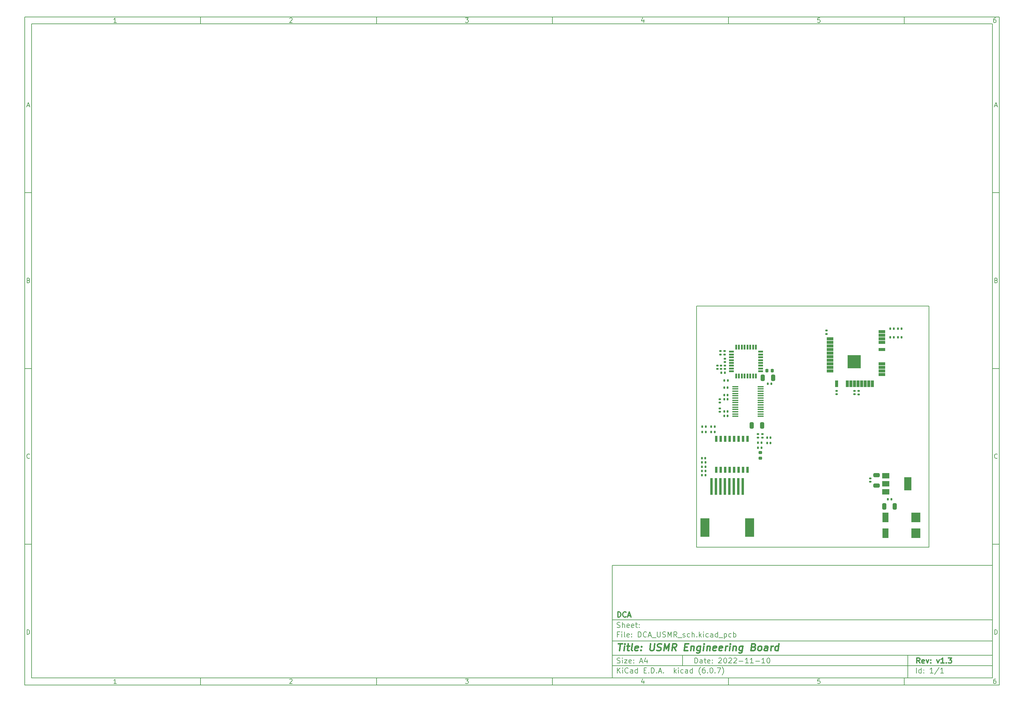
<source format=gbr>
%TF.GenerationSoftware,KiCad,Pcbnew,(6.0.7)*%
%TF.CreationDate,2022-11-15T16:12:34-05:00*%
%TF.ProjectId,DCA_USMR_sch,4443415f-5553-44d5-925f-7363682e6b69,v1.3*%
%TF.SameCoordinates,Original*%
%TF.FileFunction,Paste,Top*%
%TF.FilePolarity,Positive*%
%FSLAX46Y46*%
G04 Gerber Fmt 4.6, Leading zero omitted, Abs format (unit mm)*
G04 Created by KiCad (PCBNEW (6.0.7)) date 2022-11-15 16:12:34*
%MOMM*%
%LPD*%
G01*
G04 APERTURE LIST*
G04 Aperture macros list*
%AMRoundRect*
0 Rectangle with rounded corners*
0 $1 Rounding radius*
0 $2 $3 $4 $5 $6 $7 $8 $9 X,Y pos of 4 corners*
0 Add a 4 corners polygon primitive as box body*
4,1,4,$2,$3,$4,$5,$6,$7,$8,$9,$2,$3,0*
0 Add four circle primitives for the rounded corners*
1,1,$1+$1,$2,$3*
1,1,$1+$1,$4,$5*
1,1,$1+$1,$6,$7*
1,1,$1+$1,$8,$9*
0 Add four rect primitives between the rounded corners*
20,1,$1+$1,$2,$3,$4,$5,0*
20,1,$1+$1,$4,$5,$6,$7,0*
20,1,$1+$1,$6,$7,$8,$9,0*
20,1,$1+$1,$8,$9,$2,$3,0*%
G04 Aperture macros list end*
%ADD10C,0.100000*%
%ADD11C,0.150000*%
%ADD12C,0.300000*%
%ADD13C,0.400000*%
%TA.AperFunction,Profile*%
%ADD14C,0.200000*%
%TD*%
%ADD15R,1.905000X0.812800*%
%ADD16R,0.812800X1.905000*%
%ADD17R,3.708400X3.708400*%
%ADD18R,0.507200X1.461999*%
%ADD19R,1.461999X0.507200*%
%ADD20R,0.635000X4.749800*%
%ADD21R,2.540000X5.207000*%
%ADD22RoundRect,0.140000X-0.170000X0.140000X-0.170000X-0.140000X0.170000X-0.140000X0.170000X0.140000X0*%
%ADD23RoundRect,0.140000X-0.140000X-0.170000X0.140000X-0.170000X0.140000X0.170000X-0.140000X0.170000X0*%
%ADD24RoundRect,0.140000X0.140000X0.170000X-0.140000X0.170000X-0.140000X-0.170000X0.140000X-0.170000X0*%
%ADD25R,0.760000X1.700000*%
%ADD26RoundRect,0.147500X0.147500X0.172500X-0.147500X0.172500X-0.147500X-0.172500X0.147500X-0.172500X0*%
%ADD27RoundRect,0.250000X0.325000X0.650000X-0.325000X0.650000X-0.325000X-0.650000X0.325000X-0.650000X0*%
%ADD28RoundRect,0.147500X-0.147500X-0.172500X0.147500X-0.172500X0.147500X0.172500X-0.147500X0.172500X0*%
%ADD29RoundRect,0.135000X0.135000X0.185000X-0.135000X0.185000X-0.135000X-0.185000X0.135000X-0.185000X0*%
%ADD30RoundRect,0.135000X-0.185000X0.135000X-0.185000X-0.135000X0.185000X-0.135000X0.185000X0.135000X0*%
%ADD31RoundRect,0.140000X0.170000X-0.140000X0.170000X0.140000X-0.170000X0.140000X-0.170000X-0.140000X0*%
%ADD32R,2.600000X2.800000*%
%ADD33R,1.700000X2.800000*%
%ADD34R,2.000000X1.500000*%
%ADD35R,2.000000X3.800000*%
%ADD36RoundRect,0.250000X0.650000X-0.325000X0.650000X0.325000X-0.650000X0.325000X-0.650000X-0.325000X0*%
%ADD37RoundRect,0.135000X-0.135000X-0.185000X0.135000X-0.185000X0.135000X0.185000X-0.135000X0.185000X0*%
%ADD38RoundRect,0.250000X-0.325000X-0.650000X0.325000X-0.650000X0.325000X0.650000X-0.325000X0.650000X0*%
%ADD39R,1.750000X0.450000*%
%ADD40RoundRect,0.218750X-0.256250X0.218750X-0.256250X-0.218750X0.256250X-0.218750X0.256250X0.218750X0*%
%ADD41RoundRect,0.135000X0.185000X-0.135000X0.185000X0.135000X-0.185000X0.135000X-0.185000X-0.135000X0*%
%ADD42RoundRect,0.218750X0.218750X0.256250X-0.218750X0.256250X-0.218750X-0.256250X0.218750X-0.256250X0*%
G04 APERTURE END LIST*
D10*
D11*
X177002200Y-166007200D02*
X177002200Y-198007200D01*
X285002200Y-198007200D01*
X285002200Y-166007200D01*
X177002200Y-166007200D01*
D10*
D11*
X10000000Y-10000000D02*
X10000000Y-200007200D01*
X287002200Y-200007200D01*
X287002200Y-10000000D01*
X10000000Y-10000000D01*
D10*
D11*
X12000000Y-12000000D02*
X12000000Y-198007200D01*
X285002200Y-198007200D01*
X285002200Y-12000000D01*
X12000000Y-12000000D01*
D10*
D11*
X60000000Y-12000000D02*
X60000000Y-10000000D01*
D10*
D11*
X110000000Y-12000000D02*
X110000000Y-10000000D01*
D10*
D11*
X160000000Y-12000000D02*
X160000000Y-10000000D01*
D10*
D11*
X210000000Y-12000000D02*
X210000000Y-10000000D01*
D10*
D11*
X260000000Y-12000000D02*
X260000000Y-10000000D01*
D10*
D11*
X36065476Y-11588095D02*
X35322619Y-11588095D01*
X35694047Y-11588095D02*
X35694047Y-10288095D01*
X35570238Y-10473809D01*
X35446428Y-10597619D01*
X35322619Y-10659523D01*
D10*
D11*
X85322619Y-10411904D02*
X85384523Y-10350000D01*
X85508333Y-10288095D01*
X85817857Y-10288095D01*
X85941666Y-10350000D01*
X86003571Y-10411904D01*
X86065476Y-10535714D01*
X86065476Y-10659523D01*
X86003571Y-10845238D01*
X85260714Y-11588095D01*
X86065476Y-11588095D01*
D10*
D11*
X135260714Y-10288095D02*
X136065476Y-10288095D01*
X135632142Y-10783333D01*
X135817857Y-10783333D01*
X135941666Y-10845238D01*
X136003571Y-10907142D01*
X136065476Y-11030952D01*
X136065476Y-11340476D01*
X136003571Y-11464285D01*
X135941666Y-11526190D01*
X135817857Y-11588095D01*
X135446428Y-11588095D01*
X135322619Y-11526190D01*
X135260714Y-11464285D01*
D10*
D11*
X185941666Y-10721428D02*
X185941666Y-11588095D01*
X185632142Y-10226190D02*
X185322619Y-11154761D01*
X186127380Y-11154761D01*
D10*
D11*
X236003571Y-10288095D02*
X235384523Y-10288095D01*
X235322619Y-10907142D01*
X235384523Y-10845238D01*
X235508333Y-10783333D01*
X235817857Y-10783333D01*
X235941666Y-10845238D01*
X236003571Y-10907142D01*
X236065476Y-11030952D01*
X236065476Y-11340476D01*
X236003571Y-11464285D01*
X235941666Y-11526190D01*
X235817857Y-11588095D01*
X235508333Y-11588095D01*
X235384523Y-11526190D01*
X235322619Y-11464285D01*
D10*
D11*
X285941666Y-10288095D02*
X285694047Y-10288095D01*
X285570238Y-10350000D01*
X285508333Y-10411904D01*
X285384523Y-10597619D01*
X285322619Y-10845238D01*
X285322619Y-11340476D01*
X285384523Y-11464285D01*
X285446428Y-11526190D01*
X285570238Y-11588095D01*
X285817857Y-11588095D01*
X285941666Y-11526190D01*
X286003571Y-11464285D01*
X286065476Y-11340476D01*
X286065476Y-11030952D01*
X286003571Y-10907142D01*
X285941666Y-10845238D01*
X285817857Y-10783333D01*
X285570238Y-10783333D01*
X285446428Y-10845238D01*
X285384523Y-10907142D01*
X285322619Y-11030952D01*
D10*
D11*
X60000000Y-198007200D02*
X60000000Y-200007200D01*
D10*
D11*
X110000000Y-198007200D02*
X110000000Y-200007200D01*
D10*
D11*
X160000000Y-198007200D02*
X160000000Y-200007200D01*
D10*
D11*
X210000000Y-198007200D02*
X210000000Y-200007200D01*
D10*
D11*
X260000000Y-198007200D02*
X260000000Y-200007200D01*
D10*
D11*
X36065476Y-199595295D02*
X35322619Y-199595295D01*
X35694047Y-199595295D02*
X35694047Y-198295295D01*
X35570238Y-198481009D01*
X35446428Y-198604819D01*
X35322619Y-198666723D01*
D10*
D11*
X85322619Y-198419104D02*
X85384523Y-198357200D01*
X85508333Y-198295295D01*
X85817857Y-198295295D01*
X85941666Y-198357200D01*
X86003571Y-198419104D01*
X86065476Y-198542914D01*
X86065476Y-198666723D01*
X86003571Y-198852438D01*
X85260714Y-199595295D01*
X86065476Y-199595295D01*
D10*
D11*
X135260714Y-198295295D02*
X136065476Y-198295295D01*
X135632142Y-198790533D01*
X135817857Y-198790533D01*
X135941666Y-198852438D01*
X136003571Y-198914342D01*
X136065476Y-199038152D01*
X136065476Y-199347676D01*
X136003571Y-199471485D01*
X135941666Y-199533390D01*
X135817857Y-199595295D01*
X135446428Y-199595295D01*
X135322619Y-199533390D01*
X135260714Y-199471485D01*
D10*
D11*
X185941666Y-198728628D02*
X185941666Y-199595295D01*
X185632142Y-198233390D02*
X185322619Y-199161961D01*
X186127380Y-199161961D01*
D10*
D11*
X236003571Y-198295295D02*
X235384523Y-198295295D01*
X235322619Y-198914342D01*
X235384523Y-198852438D01*
X235508333Y-198790533D01*
X235817857Y-198790533D01*
X235941666Y-198852438D01*
X236003571Y-198914342D01*
X236065476Y-199038152D01*
X236065476Y-199347676D01*
X236003571Y-199471485D01*
X235941666Y-199533390D01*
X235817857Y-199595295D01*
X235508333Y-199595295D01*
X235384523Y-199533390D01*
X235322619Y-199471485D01*
D10*
D11*
X285941666Y-198295295D02*
X285694047Y-198295295D01*
X285570238Y-198357200D01*
X285508333Y-198419104D01*
X285384523Y-198604819D01*
X285322619Y-198852438D01*
X285322619Y-199347676D01*
X285384523Y-199471485D01*
X285446428Y-199533390D01*
X285570238Y-199595295D01*
X285817857Y-199595295D01*
X285941666Y-199533390D01*
X286003571Y-199471485D01*
X286065476Y-199347676D01*
X286065476Y-199038152D01*
X286003571Y-198914342D01*
X285941666Y-198852438D01*
X285817857Y-198790533D01*
X285570238Y-198790533D01*
X285446428Y-198852438D01*
X285384523Y-198914342D01*
X285322619Y-199038152D01*
D10*
D11*
X10000000Y-60000000D02*
X12000000Y-60000000D01*
D10*
D11*
X10000000Y-110000000D02*
X12000000Y-110000000D01*
D10*
D11*
X10000000Y-160000000D02*
X12000000Y-160000000D01*
D10*
D11*
X10690476Y-35216666D02*
X11309523Y-35216666D01*
X10566666Y-35588095D02*
X11000000Y-34288095D01*
X11433333Y-35588095D01*
D10*
D11*
X11092857Y-84907142D02*
X11278571Y-84969047D01*
X11340476Y-85030952D01*
X11402380Y-85154761D01*
X11402380Y-85340476D01*
X11340476Y-85464285D01*
X11278571Y-85526190D01*
X11154761Y-85588095D01*
X10659523Y-85588095D01*
X10659523Y-84288095D01*
X11092857Y-84288095D01*
X11216666Y-84350000D01*
X11278571Y-84411904D01*
X11340476Y-84535714D01*
X11340476Y-84659523D01*
X11278571Y-84783333D01*
X11216666Y-84845238D01*
X11092857Y-84907142D01*
X10659523Y-84907142D01*
D10*
D11*
X11402380Y-135464285D02*
X11340476Y-135526190D01*
X11154761Y-135588095D01*
X11030952Y-135588095D01*
X10845238Y-135526190D01*
X10721428Y-135402380D01*
X10659523Y-135278571D01*
X10597619Y-135030952D01*
X10597619Y-134845238D01*
X10659523Y-134597619D01*
X10721428Y-134473809D01*
X10845238Y-134350000D01*
X11030952Y-134288095D01*
X11154761Y-134288095D01*
X11340476Y-134350000D01*
X11402380Y-134411904D01*
D10*
D11*
X10659523Y-185588095D02*
X10659523Y-184288095D01*
X10969047Y-184288095D01*
X11154761Y-184350000D01*
X11278571Y-184473809D01*
X11340476Y-184597619D01*
X11402380Y-184845238D01*
X11402380Y-185030952D01*
X11340476Y-185278571D01*
X11278571Y-185402380D01*
X11154761Y-185526190D01*
X10969047Y-185588095D01*
X10659523Y-185588095D01*
D10*
D11*
X287002200Y-60000000D02*
X285002200Y-60000000D01*
D10*
D11*
X287002200Y-110000000D02*
X285002200Y-110000000D01*
D10*
D11*
X287002200Y-160000000D02*
X285002200Y-160000000D01*
D10*
D11*
X285692676Y-35216666D02*
X286311723Y-35216666D01*
X285568866Y-35588095D02*
X286002200Y-34288095D01*
X286435533Y-35588095D01*
D10*
D11*
X286095057Y-84907142D02*
X286280771Y-84969047D01*
X286342676Y-85030952D01*
X286404580Y-85154761D01*
X286404580Y-85340476D01*
X286342676Y-85464285D01*
X286280771Y-85526190D01*
X286156961Y-85588095D01*
X285661723Y-85588095D01*
X285661723Y-84288095D01*
X286095057Y-84288095D01*
X286218866Y-84350000D01*
X286280771Y-84411904D01*
X286342676Y-84535714D01*
X286342676Y-84659523D01*
X286280771Y-84783333D01*
X286218866Y-84845238D01*
X286095057Y-84907142D01*
X285661723Y-84907142D01*
D10*
D11*
X286404580Y-135464285D02*
X286342676Y-135526190D01*
X286156961Y-135588095D01*
X286033152Y-135588095D01*
X285847438Y-135526190D01*
X285723628Y-135402380D01*
X285661723Y-135278571D01*
X285599819Y-135030952D01*
X285599819Y-134845238D01*
X285661723Y-134597619D01*
X285723628Y-134473809D01*
X285847438Y-134350000D01*
X286033152Y-134288095D01*
X286156961Y-134288095D01*
X286342676Y-134350000D01*
X286404580Y-134411904D01*
D10*
D11*
X285661723Y-185588095D02*
X285661723Y-184288095D01*
X285971247Y-184288095D01*
X286156961Y-184350000D01*
X286280771Y-184473809D01*
X286342676Y-184597619D01*
X286404580Y-184845238D01*
X286404580Y-185030952D01*
X286342676Y-185278571D01*
X286280771Y-185402380D01*
X286156961Y-185526190D01*
X285971247Y-185588095D01*
X285661723Y-185588095D01*
D10*
D11*
X200434342Y-193785771D02*
X200434342Y-192285771D01*
X200791485Y-192285771D01*
X201005771Y-192357200D01*
X201148628Y-192500057D01*
X201220057Y-192642914D01*
X201291485Y-192928628D01*
X201291485Y-193142914D01*
X201220057Y-193428628D01*
X201148628Y-193571485D01*
X201005771Y-193714342D01*
X200791485Y-193785771D01*
X200434342Y-193785771D01*
X202577200Y-193785771D02*
X202577200Y-193000057D01*
X202505771Y-192857200D01*
X202362914Y-192785771D01*
X202077200Y-192785771D01*
X201934342Y-192857200D01*
X202577200Y-193714342D02*
X202434342Y-193785771D01*
X202077200Y-193785771D01*
X201934342Y-193714342D01*
X201862914Y-193571485D01*
X201862914Y-193428628D01*
X201934342Y-193285771D01*
X202077200Y-193214342D01*
X202434342Y-193214342D01*
X202577200Y-193142914D01*
X203077200Y-192785771D02*
X203648628Y-192785771D01*
X203291485Y-192285771D02*
X203291485Y-193571485D01*
X203362914Y-193714342D01*
X203505771Y-193785771D01*
X203648628Y-193785771D01*
X204720057Y-193714342D02*
X204577200Y-193785771D01*
X204291485Y-193785771D01*
X204148628Y-193714342D01*
X204077200Y-193571485D01*
X204077200Y-193000057D01*
X204148628Y-192857200D01*
X204291485Y-192785771D01*
X204577200Y-192785771D01*
X204720057Y-192857200D01*
X204791485Y-193000057D01*
X204791485Y-193142914D01*
X204077200Y-193285771D01*
X205434342Y-193642914D02*
X205505771Y-193714342D01*
X205434342Y-193785771D01*
X205362914Y-193714342D01*
X205434342Y-193642914D01*
X205434342Y-193785771D01*
X205434342Y-192857200D02*
X205505771Y-192928628D01*
X205434342Y-193000057D01*
X205362914Y-192928628D01*
X205434342Y-192857200D01*
X205434342Y-193000057D01*
X207220057Y-192428628D02*
X207291485Y-192357200D01*
X207434342Y-192285771D01*
X207791485Y-192285771D01*
X207934342Y-192357200D01*
X208005771Y-192428628D01*
X208077200Y-192571485D01*
X208077200Y-192714342D01*
X208005771Y-192928628D01*
X207148628Y-193785771D01*
X208077200Y-193785771D01*
X209005771Y-192285771D02*
X209148628Y-192285771D01*
X209291485Y-192357200D01*
X209362914Y-192428628D01*
X209434342Y-192571485D01*
X209505771Y-192857200D01*
X209505771Y-193214342D01*
X209434342Y-193500057D01*
X209362914Y-193642914D01*
X209291485Y-193714342D01*
X209148628Y-193785771D01*
X209005771Y-193785771D01*
X208862914Y-193714342D01*
X208791485Y-193642914D01*
X208720057Y-193500057D01*
X208648628Y-193214342D01*
X208648628Y-192857200D01*
X208720057Y-192571485D01*
X208791485Y-192428628D01*
X208862914Y-192357200D01*
X209005771Y-192285771D01*
X210077200Y-192428628D02*
X210148628Y-192357200D01*
X210291485Y-192285771D01*
X210648628Y-192285771D01*
X210791485Y-192357200D01*
X210862914Y-192428628D01*
X210934342Y-192571485D01*
X210934342Y-192714342D01*
X210862914Y-192928628D01*
X210005771Y-193785771D01*
X210934342Y-193785771D01*
X211505771Y-192428628D02*
X211577200Y-192357200D01*
X211720057Y-192285771D01*
X212077200Y-192285771D01*
X212220057Y-192357200D01*
X212291485Y-192428628D01*
X212362914Y-192571485D01*
X212362914Y-192714342D01*
X212291485Y-192928628D01*
X211434342Y-193785771D01*
X212362914Y-193785771D01*
X213005771Y-193214342D02*
X214148628Y-193214342D01*
X215648628Y-193785771D02*
X214791485Y-193785771D01*
X215220057Y-193785771D02*
X215220057Y-192285771D01*
X215077200Y-192500057D01*
X214934342Y-192642914D01*
X214791485Y-192714342D01*
X217077200Y-193785771D02*
X216220057Y-193785771D01*
X216648628Y-193785771D02*
X216648628Y-192285771D01*
X216505771Y-192500057D01*
X216362914Y-192642914D01*
X216220057Y-192714342D01*
X217720057Y-193214342D02*
X218862914Y-193214342D01*
X220362914Y-193785771D02*
X219505771Y-193785771D01*
X219934342Y-193785771D02*
X219934342Y-192285771D01*
X219791485Y-192500057D01*
X219648628Y-192642914D01*
X219505771Y-192714342D01*
X221291485Y-192285771D02*
X221434342Y-192285771D01*
X221577200Y-192357200D01*
X221648628Y-192428628D01*
X221720057Y-192571485D01*
X221791485Y-192857200D01*
X221791485Y-193214342D01*
X221720057Y-193500057D01*
X221648628Y-193642914D01*
X221577200Y-193714342D01*
X221434342Y-193785771D01*
X221291485Y-193785771D01*
X221148628Y-193714342D01*
X221077200Y-193642914D01*
X221005771Y-193500057D01*
X220934342Y-193214342D01*
X220934342Y-192857200D01*
X221005771Y-192571485D01*
X221077200Y-192428628D01*
X221148628Y-192357200D01*
X221291485Y-192285771D01*
D10*
D11*
X177002200Y-194507200D02*
X285002200Y-194507200D01*
D10*
D11*
X178434342Y-196585771D02*
X178434342Y-195085771D01*
X179291485Y-196585771D02*
X178648628Y-195728628D01*
X179291485Y-195085771D02*
X178434342Y-195942914D01*
X179934342Y-196585771D02*
X179934342Y-195585771D01*
X179934342Y-195085771D02*
X179862914Y-195157200D01*
X179934342Y-195228628D01*
X180005771Y-195157200D01*
X179934342Y-195085771D01*
X179934342Y-195228628D01*
X181505771Y-196442914D02*
X181434342Y-196514342D01*
X181220057Y-196585771D01*
X181077200Y-196585771D01*
X180862914Y-196514342D01*
X180720057Y-196371485D01*
X180648628Y-196228628D01*
X180577200Y-195942914D01*
X180577200Y-195728628D01*
X180648628Y-195442914D01*
X180720057Y-195300057D01*
X180862914Y-195157200D01*
X181077200Y-195085771D01*
X181220057Y-195085771D01*
X181434342Y-195157200D01*
X181505771Y-195228628D01*
X182791485Y-196585771D02*
X182791485Y-195800057D01*
X182720057Y-195657200D01*
X182577200Y-195585771D01*
X182291485Y-195585771D01*
X182148628Y-195657200D01*
X182791485Y-196514342D02*
X182648628Y-196585771D01*
X182291485Y-196585771D01*
X182148628Y-196514342D01*
X182077200Y-196371485D01*
X182077200Y-196228628D01*
X182148628Y-196085771D01*
X182291485Y-196014342D01*
X182648628Y-196014342D01*
X182791485Y-195942914D01*
X184148628Y-196585771D02*
X184148628Y-195085771D01*
X184148628Y-196514342D02*
X184005771Y-196585771D01*
X183720057Y-196585771D01*
X183577200Y-196514342D01*
X183505771Y-196442914D01*
X183434342Y-196300057D01*
X183434342Y-195871485D01*
X183505771Y-195728628D01*
X183577200Y-195657200D01*
X183720057Y-195585771D01*
X184005771Y-195585771D01*
X184148628Y-195657200D01*
X186005771Y-195800057D02*
X186505771Y-195800057D01*
X186720057Y-196585771D02*
X186005771Y-196585771D01*
X186005771Y-195085771D01*
X186720057Y-195085771D01*
X187362914Y-196442914D02*
X187434342Y-196514342D01*
X187362914Y-196585771D01*
X187291485Y-196514342D01*
X187362914Y-196442914D01*
X187362914Y-196585771D01*
X188077200Y-196585771D02*
X188077200Y-195085771D01*
X188434342Y-195085771D01*
X188648628Y-195157200D01*
X188791485Y-195300057D01*
X188862914Y-195442914D01*
X188934342Y-195728628D01*
X188934342Y-195942914D01*
X188862914Y-196228628D01*
X188791485Y-196371485D01*
X188648628Y-196514342D01*
X188434342Y-196585771D01*
X188077200Y-196585771D01*
X189577200Y-196442914D02*
X189648628Y-196514342D01*
X189577200Y-196585771D01*
X189505771Y-196514342D01*
X189577200Y-196442914D01*
X189577200Y-196585771D01*
X190220057Y-196157200D02*
X190934342Y-196157200D01*
X190077200Y-196585771D02*
X190577200Y-195085771D01*
X191077200Y-196585771D01*
X191577200Y-196442914D02*
X191648628Y-196514342D01*
X191577200Y-196585771D01*
X191505771Y-196514342D01*
X191577200Y-196442914D01*
X191577200Y-196585771D01*
X194577200Y-196585771D02*
X194577200Y-195085771D01*
X194720057Y-196014342D02*
X195148628Y-196585771D01*
X195148628Y-195585771D02*
X194577200Y-196157200D01*
X195791485Y-196585771D02*
X195791485Y-195585771D01*
X195791485Y-195085771D02*
X195720057Y-195157200D01*
X195791485Y-195228628D01*
X195862914Y-195157200D01*
X195791485Y-195085771D01*
X195791485Y-195228628D01*
X197148628Y-196514342D02*
X197005771Y-196585771D01*
X196720057Y-196585771D01*
X196577200Y-196514342D01*
X196505771Y-196442914D01*
X196434342Y-196300057D01*
X196434342Y-195871485D01*
X196505771Y-195728628D01*
X196577200Y-195657200D01*
X196720057Y-195585771D01*
X197005771Y-195585771D01*
X197148628Y-195657200D01*
X198434342Y-196585771D02*
X198434342Y-195800057D01*
X198362914Y-195657200D01*
X198220057Y-195585771D01*
X197934342Y-195585771D01*
X197791485Y-195657200D01*
X198434342Y-196514342D02*
X198291485Y-196585771D01*
X197934342Y-196585771D01*
X197791485Y-196514342D01*
X197720057Y-196371485D01*
X197720057Y-196228628D01*
X197791485Y-196085771D01*
X197934342Y-196014342D01*
X198291485Y-196014342D01*
X198434342Y-195942914D01*
X199791485Y-196585771D02*
X199791485Y-195085771D01*
X199791485Y-196514342D02*
X199648628Y-196585771D01*
X199362914Y-196585771D01*
X199220057Y-196514342D01*
X199148628Y-196442914D01*
X199077200Y-196300057D01*
X199077200Y-195871485D01*
X199148628Y-195728628D01*
X199220057Y-195657200D01*
X199362914Y-195585771D01*
X199648628Y-195585771D01*
X199791485Y-195657200D01*
X202077200Y-197157200D02*
X202005771Y-197085771D01*
X201862914Y-196871485D01*
X201791485Y-196728628D01*
X201720057Y-196514342D01*
X201648628Y-196157200D01*
X201648628Y-195871485D01*
X201720057Y-195514342D01*
X201791485Y-195300057D01*
X201862914Y-195157200D01*
X202005771Y-194942914D01*
X202077200Y-194871485D01*
X203291485Y-195085771D02*
X203005771Y-195085771D01*
X202862914Y-195157200D01*
X202791485Y-195228628D01*
X202648628Y-195442914D01*
X202577200Y-195728628D01*
X202577200Y-196300057D01*
X202648628Y-196442914D01*
X202720057Y-196514342D01*
X202862914Y-196585771D01*
X203148628Y-196585771D01*
X203291485Y-196514342D01*
X203362914Y-196442914D01*
X203434342Y-196300057D01*
X203434342Y-195942914D01*
X203362914Y-195800057D01*
X203291485Y-195728628D01*
X203148628Y-195657200D01*
X202862914Y-195657200D01*
X202720057Y-195728628D01*
X202648628Y-195800057D01*
X202577200Y-195942914D01*
X204077200Y-196442914D02*
X204148628Y-196514342D01*
X204077200Y-196585771D01*
X204005771Y-196514342D01*
X204077200Y-196442914D01*
X204077200Y-196585771D01*
X205077200Y-195085771D02*
X205220057Y-195085771D01*
X205362914Y-195157200D01*
X205434342Y-195228628D01*
X205505771Y-195371485D01*
X205577200Y-195657200D01*
X205577200Y-196014342D01*
X205505771Y-196300057D01*
X205434342Y-196442914D01*
X205362914Y-196514342D01*
X205220057Y-196585771D01*
X205077200Y-196585771D01*
X204934342Y-196514342D01*
X204862914Y-196442914D01*
X204791485Y-196300057D01*
X204720057Y-196014342D01*
X204720057Y-195657200D01*
X204791485Y-195371485D01*
X204862914Y-195228628D01*
X204934342Y-195157200D01*
X205077200Y-195085771D01*
X206220057Y-196442914D02*
X206291485Y-196514342D01*
X206220057Y-196585771D01*
X206148628Y-196514342D01*
X206220057Y-196442914D01*
X206220057Y-196585771D01*
X206791485Y-195085771D02*
X207791485Y-195085771D01*
X207148628Y-196585771D01*
X208220057Y-197157200D02*
X208291485Y-197085771D01*
X208434342Y-196871485D01*
X208505771Y-196728628D01*
X208577200Y-196514342D01*
X208648628Y-196157200D01*
X208648628Y-195871485D01*
X208577200Y-195514342D01*
X208505771Y-195300057D01*
X208434342Y-195157200D01*
X208291485Y-194942914D01*
X208220057Y-194871485D01*
D10*
D11*
X177002200Y-191507200D02*
X285002200Y-191507200D01*
D10*
D12*
X264411485Y-193785771D02*
X263911485Y-193071485D01*
X263554342Y-193785771D02*
X263554342Y-192285771D01*
X264125771Y-192285771D01*
X264268628Y-192357200D01*
X264340057Y-192428628D01*
X264411485Y-192571485D01*
X264411485Y-192785771D01*
X264340057Y-192928628D01*
X264268628Y-193000057D01*
X264125771Y-193071485D01*
X263554342Y-193071485D01*
X265625771Y-193714342D02*
X265482914Y-193785771D01*
X265197200Y-193785771D01*
X265054342Y-193714342D01*
X264982914Y-193571485D01*
X264982914Y-193000057D01*
X265054342Y-192857200D01*
X265197200Y-192785771D01*
X265482914Y-192785771D01*
X265625771Y-192857200D01*
X265697200Y-193000057D01*
X265697200Y-193142914D01*
X264982914Y-193285771D01*
X266197200Y-192785771D02*
X266554342Y-193785771D01*
X266911485Y-192785771D01*
X267482914Y-193642914D02*
X267554342Y-193714342D01*
X267482914Y-193785771D01*
X267411485Y-193714342D01*
X267482914Y-193642914D01*
X267482914Y-193785771D01*
X267482914Y-192857200D02*
X267554342Y-192928628D01*
X267482914Y-193000057D01*
X267411485Y-192928628D01*
X267482914Y-192857200D01*
X267482914Y-193000057D01*
X269197200Y-192785771D02*
X269554342Y-193785771D01*
X269911485Y-192785771D01*
X271268628Y-193785771D02*
X270411485Y-193785771D01*
X270840057Y-193785771D02*
X270840057Y-192285771D01*
X270697200Y-192500057D01*
X270554342Y-192642914D01*
X270411485Y-192714342D01*
X271911485Y-193642914D02*
X271982914Y-193714342D01*
X271911485Y-193785771D01*
X271840057Y-193714342D01*
X271911485Y-193642914D01*
X271911485Y-193785771D01*
X272482914Y-192285771D02*
X273411485Y-192285771D01*
X272911485Y-192857200D01*
X273125771Y-192857200D01*
X273268628Y-192928628D01*
X273340057Y-193000057D01*
X273411485Y-193142914D01*
X273411485Y-193500057D01*
X273340057Y-193642914D01*
X273268628Y-193714342D01*
X273125771Y-193785771D01*
X272697200Y-193785771D01*
X272554342Y-193714342D01*
X272482914Y-193642914D01*
D10*
D11*
X178362914Y-193714342D02*
X178577200Y-193785771D01*
X178934342Y-193785771D01*
X179077200Y-193714342D01*
X179148628Y-193642914D01*
X179220057Y-193500057D01*
X179220057Y-193357200D01*
X179148628Y-193214342D01*
X179077200Y-193142914D01*
X178934342Y-193071485D01*
X178648628Y-193000057D01*
X178505771Y-192928628D01*
X178434342Y-192857200D01*
X178362914Y-192714342D01*
X178362914Y-192571485D01*
X178434342Y-192428628D01*
X178505771Y-192357200D01*
X178648628Y-192285771D01*
X179005771Y-192285771D01*
X179220057Y-192357200D01*
X179862914Y-193785771D02*
X179862914Y-192785771D01*
X179862914Y-192285771D02*
X179791485Y-192357200D01*
X179862914Y-192428628D01*
X179934342Y-192357200D01*
X179862914Y-192285771D01*
X179862914Y-192428628D01*
X180434342Y-192785771D02*
X181220057Y-192785771D01*
X180434342Y-193785771D01*
X181220057Y-193785771D01*
X182362914Y-193714342D02*
X182220057Y-193785771D01*
X181934342Y-193785771D01*
X181791485Y-193714342D01*
X181720057Y-193571485D01*
X181720057Y-193000057D01*
X181791485Y-192857200D01*
X181934342Y-192785771D01*
X182220057Y-192785771D01*
X182362914Y-192857200D01*
X182434342Y-193000057D01*
X182434342Y-193142914D01*
X181720057Y-193285771D01*
X183077200Y-193642914D02*
X183148628Y-193714342D01*
X183077200Y-193785771D01*
X183005771Y-193714342D01*
X183077200Y-193642914D01*
X183077200Y-193785771D01*
X183077200Y-192857200D02*
X183148628Y-192928628D01*
X183077200Y-193000057D01*
X183005771Y-192928628D01*
X183077200Y-192857200D01*
X183077200Y-193000057D01*
X184862914Y-193357200D02*
X185577200Y-193357200D01*
X184720057Y-193785771D02*
X185220057Y-192285771D01*
X185720057Y-193785771D01*
X186862914Y-192785771D02*
X186862914Y-193785771D01*
X186505771Y-192214342D02*
X186148628Y-193285771D01*
X187077200Y-193285771D01*
D10*
D11*
X263434342Y-196585771D02*
X263434342Y-195085771D01*
X264791485Y-196585771D02*
X264791485Y-195085771D01*
X264791485Y-196514342D02*
X264648628Y-196585771D01*
X264362914Y-196585771D01*
X264220057Y-196514342D01*
X264148628Y-196442914D01*
X264077200Y-196300057D01*
X264077200Y-195871485D01*
X264148628Y-195728628D01*
X264220057Y-195657200D01*
X264362914Y-195585771D01*
X264648628Y-195585771D01*
X264791485Y-195657200D01*
X265505771Y-196442914D02*
X265577200Y-196514342D01*
X265505771Y-196585771D01*
X265434342Y-196514342D01*
X265505771Y-196442914D01*
X265505771Y-196585771D01*
X265505771Y-195657200D02*
X265577200Y-195728628D01*
X265505771Y-195800057D01*
X265434342Y-195728628D01*
X265505771Y-195657200D01*
X265505771Y-195800057D01*
X268148628Y-196585771D02*
X267291485Y-196585771D01*
X267720057Y-196585771D02*
X267720057Y-195085771D01*
X267577200Y-195300057D01*
X267434342Y-195442914D01*
X267291485Y-195514342D01*
X269862914Y-195014342D02*
X268577200Y-196942914D01*
X271148628Y-196585771D02*
X270291485Y-196585771D01*
X270720057Y-196585771D02*
X270720057Y-195085771D01*
X270577200Y-195300057D01*
X270434342Y-195442914D01*
X270291485Y-195514342D01*
D10*
D11*
X177002200Y-187507200D02*
X285002200Y-187507200D01*
D10*
D13*
X178714580Y-188211961D02*
X179857438Y-188211961D01*
X179036009Y-190211961D02*
X179286009Y-188211961D01*
X180274104Y-190211961D02*
X180440771Y-188878628D01*
X180524104Y-188211961D02*
X180416961Y-188307200D01*
X180500295Y-188402438D01*
X180607438Y-188307200D01*
X180524104Y-188211961D01*
X180500295Y-188402438D01*
X181107438Y-188878628D02*
X181869342Y-188878628D01*
X181476485Y-188211961D02*
X181262200Y-189926247D01*
X181333628Y-190116723D01*
X181512200Y-190211961D01*
X181702676Y-190211961D01*
X182655057Y-190211961D02*
X182476485Y-190116723D01*
X182405057Y-189926247D01*
X182619342Y-188211961D01*
X184190771Y-190116723D02*
X183988390Y-190211961D01*
X183607438Y-190211961D01*
X183428866Y-190116723D01*
X183357438Y-189926247D01*
X183452676Y-189164342D01*
X183571723Y-188973866D01*
X183774104Y-188878628D01*
X184155057Y-188878628D01*
X184333628Y-188973866D01*
X184405057Y-189164342D01*
X184381247Y-189354819D01*
X183405057Y-189545295D01*
X185155057Y-190021485D02*
X185238390Y-190116723D01*
X185131247Y-190211961D01*
X185047914Y-190116723D01*
X185155057Y-190021485D01*
X185131247Y-190211961D01*
X185286009Y-188973866D02*
X185369342Y-189069104D01*
X185262200Y-189164342D01*
X185178866Y-189069104D01*
X185286009Y-188973866D01*
X185262200Y-189164342D01*
X187857438Y-188211961D02*
X187655057Y-189831009D01*
X187726485Y-190021485D01*
X187809819Y-190116723D01*
X187988390Y-190211961D01*
X188369342Y-190211961D01*
X188571723Y-190116723D01*
X188678866Y-190021485D01*
X188797914Y-189831009D01*
X189000295Y-188211961D01*
X189619342Y-190116723D02*
X189893152Y-190211961D01*
X190369342Y-190211961D01*
X190571723Y-190116723D01*
X190678866Y-190021485D01*
X190797914Y-189831009D01*
X190821723Y-189640533D01*
X190750295Y-189450057D01*
X190666961Y-189354819D01*
X190488390Y-189259580D01*
X190119342Y-189164342D01*
X189940771Y-189069104D01*
X189857438Y-188973866D01*
X189786009Y-188783390D01*
X189809819Y-188592914D01*
X189928866Y-188402438D01*
X190036009Y-188307200D01*
X190238390Y-188211961D01*
X190714580Y-188211961D01*
X190988390Y-188307200D01*
X191607438Y-190211961D02*
X191857438Y-188211961D01*
X192345533Y-189640533D01*
X193190771Y-188211961D01*
X192940771Y-190211961D01*
X195036009Y-190211961D02*
X194488390Y-189259580D01*
X193893152Y-190211961D02*
X194143152Y-188211961D01*
X194905057Y-188211961D01*
X195083628Y-188307200D01*
X195166961Y-188402438D01*
X195238390Y-188592914D01*
X195202676Y-188878628D01*
X195083628Y-189069104D01*
X194976485Y-189164342D01*
X194774104Y-189259580D01*
X194012200Y-189259580D01*
X197547914Y-189164342D02*
X198214580Y-189164342D01*
X198369342Y-190211961D02*
X197416961Y-190211961D01*
X197666961Y-188211961D01*
X198619342Y-188211961D01*
X199393152Y-188878628D02*
X199226485Y-190211961D01*
X199369342Y-189069104D02*
X199476485Y-188973866D01*
X199678866Y-188878628D01*
X199964580Y-188878628D01*
X200143152Y-188973866D01*
X200214580Y-189164342D01*
X200083628Y-190211961D01*
X202059819Y-188878628D02*
X201857438Y-190497676D01*
X201738390Y-190688152D01*
X201631247Y-190783390D01*
X201428866Y-190878628D01*
X201143152Y-190878628D01*
X200964580Y-190783390D01*
X201905057Y-190116723D02*
X201702676Y-190211961D01*
X201321723Y-190211961D01*
X201143152Y-190116723D01*
X201059819Y-190021485D01*
X200988390Y-189831009D01*
X201059819Y-189259580D01*
X201178866Y-189069104D01*
X201286009Y-188973866D01*
X201488390Y-188878628D01*
X201869342Y-188878628D01*
X202047914Y-188973866D01*
X202845533Y-190211961D02*
X203012200Y-188878628D01*
X203095533Y-188211961D02*
X202988390Y-188307200D01*
X203071723Y-188402438D01*
X203178866Y-188307200D01*
X203095533Y-188211961D01*
X203071723Y-188402438D01*
X203964580Y-188878628D02*
X203797914Y-190211961D01*
X203940771Y-189069104D02*
X204047914Y-188973866D01*
X204250295Y-188878628D01*
X204536009Y-188878628D01*
X204714580Y-188973866D01*
X204786009Y-189164342D01*
X204655057Y-190211961D01*
X206381247Y-190116723D02*
X206178866Y-190211961D01*
X205797914Y-190211961D01*
X205619342Y-190116723D01*
X205547914Y-189926247D01*
X205643152Y-189164342D01*
X205762200Y-188973866D01*
X205964580Y-188878628D01*
X206345533Y-188878628D01*
X206524104Y-188973866D01*
X206595533Y-189164342D01*
X206571723Y-189354819D01*
X205595533Y-189545295D01*
X208095533Y-190116723D02*
X207893152Y-190211961D01*
X207512200Y-190211961D01*
X207333628Y-190116723D01*
X207262200Y-189926247D01*
X207357438Y-189164342D01*
X207476485Y-188973866D01*
X207678866Y-188878628D01*
X208059819Y-188878628D01*
X208238390Y-188973866D01*
X208309819Y-189164342D01*
X208286009Y-189354819D01*
X207309819Y-189545295D01*
X209036009Y-190211961D02*
X209202676Y-188878628D01*
X209155057Y-189259580D02*
X209274104Y-189069104D01*
X209381247Y-188973866D01*
X209583628Y-188878628D01*
X209774104Y-188878628D01*
X210274104Y-190211961D02*
X210440771Y-188878628D01*
X210524104Y-188211961D02*
X210416961Y-188307200D01*
X210500295Y-188402438D01*
X210607438Y-188307200D01*
X210524104Y-188211961D01*
X210500295Y-188402438D01*
X211393152Y-188878628D02*
X211226485Y-190211961D01*
X211369342Y-189069104D02*
X211476485Y-188973866D01*
X211678866Y-188878628D01*
X211964580Y-188878628D01*
X212143152Y-188973866D01*
X212214580Y-189164342D01*
X212083628Y-190211961D01*
X214059819Y-188878628D02*
X213857438Y-190497676D01*
X213738390Y-190688152D01*
X213631247Y-190783390D01*
X213428866Y-190878628D01*
X213143152Y-190878628D01*
X212964580Y-190783390D01*
X213905057Y-190116723D02*
X213702676Y-190211961D01*
X213321723Y-190211961D01*
X213143152Y-190116723D01*
X213059819Y-190021485D01*
X212988390Y-189831009D01*
X213059819Y-189259580D01*
X213178866Y-189069104D01*
X213286009Y-188973866D01*
X213488390Y-188878628D01*
X213869342Y-188878628D01*
X214047914Y-188973866D01*
X217166961Y-189164342D02*
X217440771Y-189259580D01*
X217524104Y-189354819D01*
X217595533Y-189545295D01*
X217559819Y-189831009D01*
X217440771Y-190021485D01*
X217333628Y-190116723D01*
X217131247Y-190211961D01*
X216369342Y-190211961D01*
X216619342Y-188211961D01*
X217286009Y-188211961D01*
X217464580Y-188307200D01*
X217547914Y-188402438D01*
X217619342Y-188592914D01*
X217595533Y-188783390D01*
X217476485Y-188973866D01*
X217369342Y-189069104D01*
X217166961Y-189164342D01*
X216500295Y-189164342D01*
X218655057Y-190211961D02*
X218476485Y-190116723D01*
X218393152Y-190021485D01*
X218321723Y-189831009D01*
X218393152Y-189259580D01*
X218512200Y-189069104D01*
X218619342Y-188973866D01*
X218821723Y-188878628D01*
X219107438Y-188878628D01*
X219286009Y-188973866D01*
X219369342Y-189069104D01*
X219440771Y-189259580D01*
X219369342Y-189831009D01*
X219250295Y-190021485D01*
X219143152Y-190116723D01*
X218940771Y-190211961D01*
X218655057Y-190211961D01*
X221036009Y-190211961D02*
X221166961Y-189164342D01*
X221095533Y-188973866D01*
X220916961Y-188878628D01*
X220536009Y-188878628D01*
X220333628Y-188973866D01*
X221047914Y-190116723D02*
X220845533Y-190211961D01*
X220369342Y-190211961D01*
X220190771Y-190116723D01*
X220119342Y-189926247D01*
X220143152Y-189735771D01*
X220262200Y-189545295D01*
X220464580Y-189450057D01*
X220940771Y-189450057D01*
X221143152Y-189354819D01*
X221988390Y-190211961D02*
X222155057Y-188878628D01*
X222107438Y-189259580D02*
X222226485Y-189069104D01*
X222333628Y-188973866D01*
X222536009Y-188878628D01*
X222726485Y-188878628D01*
X224083628Y-190211961D02*
X224333628Y-188211961D01*
X224095533Y-190116723D02*
X223893152Y-190211961D01*
X223512199Y-190211961D01*
X223333628Y-190116723D01*
X223250295Y-190021485D01*
X223178866Y-189831009D01*
X223250295Y-189259580D01*
X223369342Y-189069104D01*
X223476485Y-188973866D01*
X223678866Y-188878628D01*
X224059819Y-188878628D01*
X224238390Y-188973866D01*
D10*
D11*
X178934342Y-185600057D02*
X178434342Y-185600057D01*
X178434342Y-186385771D02*
X178434342Y-184885771D01*
X179148628Y-184885771D01*
X179720057Y-186385771D02*
X179720057Y-185385771D01*
X179720057Y-184885771D02*
X179648628Y-184957200D01*
X179720057Y-185028628D01*
X179791485Y-184957200D01*
X179720057Y-184885771D01*
X179720057Y-185028628D01*
X180648628Y-186385771D02*
X180505771Y-186314342D01*
X180434342Y-186171485D01*
X180434342Y-184885771D01*
X181791485Y-186314342D02*
X181648628Y-186385771D01*
X181362914Y-186385771D01*
X181220057Y-186314342D01*
X181148628Y-186171485D01*
X181148628Y-185600057D01*
X181220057Y-185457200D01*
X181362914Y-185385771D01*
X181648628Y-185385771D01*
X181791485Y-185457200D01*
X181862914Y-185600057D01*
X181862914Y-185742914D01*
X181148628Y-185885771D01*
X182505771Y-186242914D02*
X182577200Y-186314342D01*
X182505771Y-186385771D01*
X182434342Y-186314342D01*
X182505771Y-186242914D01*
X182505771Y-186385771D01*
X182505771Y-185457200D02*
X182577200Y-185528628D01*
X182505771Y-185600057D01*
X182434342Y-185528628D01*
X182505771Y-185457200D01*
X182505771Y-185600057D01*
X184362914Y-186385771D02*
X184362914Y-184885771D01*
X184720057Y-184885771D01*
X184934342Y-184957200D01*
X185077200Y-185100057D01*
X185148628Y-185242914D01*
X185220057Y-185528628D01*
X185220057Y-185742914D01*
X185148628Y-186028628D01*
X185077200Y-186171485D01*
X184934342Y-186314342D01*
X184720057Y-186385771D01*
X184362914Y-186385771D01*
X186720057Y-186242914D02*
X186648628Y-186314342D01*
X186434342Y-186385771D01*
X186291485Y-186385771D01*
X186077200Y-186314342D01*
X185934342Y-186171485D01*
X185862914Y-186028628D01*
X185791485Y-185742914D01*
X185791485Y-185528628D01*
X185862914Y-185242914D01*
X185934342Y-185100057D01*
X186077200Y-184957200D01*
X186291485Y-184885771D01*
X186434342Y-184885771D01*
X186648628Y-184957200D01*
X186720057Y-185028628D01*
X187291485Y-185957200D02*
X188005771Y-185957200D01*
X187148628Y-186385771D02*
X187648628Y-184885771D01*
X188148628Y-186385771D01*
X188291485Y-186528628D02*
X189434342Y-186528628D01*
X189791485Y-184885771D02*
X189791485Y-186100057D01*
X189862914Y-186242914D01*
X189934342Y-186314342D01*
X190077200Y-186385771D01*
X190362914Y-186385771D01*
X190505771Y-186314342D01*
X190577200Y-186242914D01*
X190648628Y-186100057D01*
X190648628Y-184885771D01*
X191291485Y-186314342D02*
X191505771Y-186385771D01*
X191862914Y-186385771D01*
X192005771Y-186314342D01*
X192077200Y-186242914D01*
X192148628Y-186100057D01*
X192148628Y-185957200D01*
X192077200Y-185814342D01*
X192005771Y-185742914D01*
X191862914Y-185671485D01*
X191577200Y-185600057D01*
X191434342Y-185528628D01*
X191362914Y-185457200D01*
X191291485Y-185314342D01*
X191291485Y-185171485D01*
X191362914Y-185028628D01*
X191434342Y-184957200D01*
X191577200Y-184885771D01*
X191934342Y-184885771D01*
X192148628Y-184957200D01*
X192791485Y-186385771D02*
X192791485Y-184885771D01*
X193291485Y-185957200D01*
X193791485Y-184885771D01*
X193791485Y-186385771D01*
X195362914Y-186385771D02*
X194862914Y-185671485D01*
X194505771Y-186385771D02*
X194505771Y-184885771D01*
X195077200Y-184885771D01*
X195220057Y-184957200D01*
X195291485Y-185028628D01*
X195362914Y-185171485D01*
X195362914Y-185385771D01*
X195291485Y-185528628D01*
X195220057Y-185600057D01*
X195077200Y-185671485D01*
X194505771Y-185671485D01*
X195648628Y-186528628D02*
X196791485Y-186528628D01*
X197077200Y-186314342D02*
X197220057Y-186385771D01*
X197505771Y-186385771D01*
X197648628Y-186314342D01*
X197720057Y-186171485D01*
X197720057Y-186100057D01*
X197648628Y-185957200D01*
X197505771Y-185885771D01*
X197291485Y-185885771D01*
X197148628Y-185814342D01*
X197077200Y-185671485D01*
X197077200Y-185600057D01*
X197148628Y-185457200D01*
X197291485Y-185385771D01*
X197505771Y-185385771D01*
X197648628Y-185457200D01*
X199005771Y-186314342D02*
X198862914Y-186385771D01*
X198577200Y-186385771D01*
X198434342Y-186314342D01*
X198362914Y-186242914D01*
X198291485Y-186100057D01*
X198291485Y-185671485D01*
X198362914Y-185528628D01*
X198434342Y-185457200D01*
X198577200Y-185385771D01*
X198862914Y-185385771D01*
X199005771Y-185457200D01*
X199648628Y-186385771D02*
X199648628Y-184885771D01*
X200291485Y-186385771D02*
X200291485Y-185600057D01*
X200220057Y-185457200D01*
X200077200Y-185385771D01*
X199862914Y-185385771D01*
X199720057Y-185457200D01*
X199648628Y-185528628D01*
X201005771Y-186242914D02*
X201077200Y-186314342D01*
X201005771Y-186385771D01*
X200934342Y-186314342D01*
X201005771Y-186242914D01*
X201005771Y-186385771D01*
X201720057Y-186385771D02*
X201720057Y-184885771D01*
X201862914Y-185814342D02*
X202291485Y-186385771D01*
X202291485Y-185385771D02*
X201720057Y-185957200D01*
X202934342Y-186385771D02*
X202934342Y-185385771D01*
X202934342Y-184885771D02*
X202862914Y-184957200D01*
X202934342Y-185028628D01*
X203005771Y-184957200D01*
X202934342Y-184885771D01*
X202934342Y-185028628D01*
X204291485Y-186314342D02*
X204148628Y-186385771D01*
X203862914Y-186385771D01*
X203720057Y-186314342D01*
X203648628Y-186242914D01*
X203577200Y-186100057D01*
X203577200Y-185671485D01*
X203648628Y-185528628D01*
X203720057Y-185457200D01*
X203862914Y-185385771D01*
X204148628Y-185385771D01*
X204291485Y-185457200D01*
X205577200Y-186385771D02*
X205577200Y-185600057D01*
X205505771Y-185457200D01*
X205362914Y-185385771D01*
X205077200Y-185385771D01*
X204934342Y-185457200D01*
X205577200Y-186314342D02*
X205434342Y-186385771D01*
X205077200Y-186385771D01*
X204934342Y-186314342D01*
X204862914Y-186171485D01*
X204862914Y-186028628D01*
X204934342Y-185885771D01*
X205077200Y-185814342D01*
X205434342Y-185814342D01*
X205577200Y-185742914D01*
X206934342Y-186385771D02*
X206934342Y-184885771D01*
X206934342Y-186314342D02*
X206791485Y-186385771D01*
X206505771Y-186385771D01*
X206362914Y-186314342D01*
X206291485Y-186242914D01*
X206220057Y-186100057D01*
X206220057Y-185671485D01*
X206291485Y-185528628D01*
X206362914Y-185457200D01*
X206505771Y-185385771D01*
X206791485Y-185385771D01*
X206934342Y-185457200D01*
X207291485Y-186528628D02*
X208434342Y-186528628D01*
X208791485Y-185385771D02*
X208791485Y-186885771D01*
X208791485Y-185457200D02*
X208934342Y-185385771D01*
X209220057Y-185385771D01*
X209362914Y-185457200D01*
X209434342Y-185528628D01*
X209505771Y-185671485D01*
X209505771Y-186100057D01*
X209434342Y-186242914D01*
X209362914Y-186314342D01*
X209220057Y-186385771D01*
X208934342Y-186385771D01*
X208791485Y-186314342D01*
X210791485Y-186314342D02*
X210648628Y-186385771D01*
X210362914Y-186385771D01*
X210220057Y-186314342D01*
X210148628Y-186242914D01*
X210077200Y-186100057D01*
X210077200Y-185671485D01*
X210148628Y-185528628D01*
X210220057Y-185457200D01*
X210362914Y-185385771D01*
X210648628Y-185385771D01*
X210791485Y-185457200D01*
X211434342Y-186385771D02*
X211434342Y-184885771D01*
X211434342Y-185457200D02*
X211577200Y-185385771D01*
X211862914Y-185385771D01*
X212005771Y-185457200D01*
X212077200Y-185528628D01*
X212148628Y-185671485D01*
X212148628Y-186100057D01*
X212077200Y-186242914D01*
X212005771Y-186314342D01*
X211862914Y-186385771D01*
X211577200Y-186385771D01*
X211434342Y-186314342D01*
D10*
D11*
X177002200Y-181507200D02*
X285002200Y-181507200D01*
D10*
D11*
X178362914Y-183614342D02*
X178577200Y-183685771D01*
X178934342Y-183685771D01*
X179077200Y-183614342D01*
X179148628Y-183542914D01*
X179220057Y-183400057D01*
X179220057Y-183257200D01*
X179148628Y-183114342D01*
X179077200Y-183042914D01*
X178934342Y-182971485D01*
X178648628Y-182900057D01*
X178505771Y-182828628D01*
X178434342Y-182757200D01*
X178362914Y-182614342D01*
X178362914Y-182471485D01*
X178434342Y-182328628D01*
X178505771Y-182257200D01*
X178648628Y-182185771D01*
X179005771Y-182185771D01*
X179220057Y-182257200D01*
X179862914Y-183685771D02*
X179862914Y-182185771D01*
X180505771Y-183685771D02*
X180505771Y-182900057D01*
X180434342Y-182757200D01*
X180291485Y-182685771D01*
X180077200Y-182685771D01*
X179934342Y-182757200D01*
X179862914Y-182828628D01*
X181791485Y-183614342D02*
X181648628Y-183685771D01*
X181362914Y-183685771D01*
X181220057Y-183614342D01*
X181148628Y-183471485D01*
X181148628Y-182900057D01*
X181220057Y-182757200D01*
X181362914Y-182685771D01*
X181648628Y-182685771D01*
X181791485Y-182757200D01*
X181862914Y-182900057D01*
X181862914Y-183042914D01*
X181148628Y-183185771D01*
X183077200Y-183614342D02*
X182934342Y-183685771D01*
X182648628Y-183685771D01*
X182505771Y-183614342D01*
X182434342Y-183471485D01*
X182434342Y-182900057D01*
X182505771Y-182757200D01*
X182648628Y-182685771D01*
X182934342Y-182685771D01*
X183077200Y-182757200D01*
X183148628Y-182900057D01*
X183148628Y-183042914D01*
X182434342Y-183185771D01*
X183577200Y-182685771D02*
X184148628Y-182685771D01*
X183791485Y-182185771D02*
X183791485Y-183471485D01*
X183862914Y-183614342D01*
X184005771Y-183685771D01*
X184148628Y-183685771D01*
X184648628Y-183542914D02*
X184720057Y-183614342D01*
X184648628Y-183685771D01*
X184577200Y-183614342D01*
X184648628Y-183542914D01*
X184648628Y-183685771D01*
X184648628Y-182757200D02*
X184720057Y-182828628D01*
X184648628Y-182900057D01*
X184577200Y-182828628D01*
X184648628Y-182757200D01*
X184648628Y-182900057D01*
D10*
D12*
X178554342Y-180685771D02*
X178554342Y-179185771D01*
X178911485Y-179185771D01*
X179125771Y-179257200D01*
X179268628Y-179400057D01*
X179340057Y-179542914D01*
X179411485Y-179828628D01*
X179411485Y-180042914D01*
X179340057Y-180328628D01*
X179268628Y-180471485D01*
X179125771Y-180614342D01*
X178911485Y-180685771D01*
X178554342Y-180685771D01*
X180911485Y-180542914D02*
X180840057Y-180614342D01*
X180625771Y-180685771D01*
X180482914Y-180685771D01*
X180268628Y-180614342D01*
X180125771Y-180471485D01*
X180054342Y-180328628D01*
X179982914Y-180042914D01*
X179982914Y-179828628D01*
X180054342Y-179542914D01*
X180125771Y-179400057D01*
X180268628Y-179257200D01*
X180482914Y-179185771D01*
X180625771Y-179185771D01*
X180840057Y-179257200D01*
X180911485Y-179328628D01*
X181482914Y-180257200D02*
X182197200Y-180257200D01*
X181340057Y-180685771D02*
X181840057Y-179185771D01*
X182340057Y-180685771D01*
D10*
D11*
D10*
D11*
D10*
D11*
D10*
D11*
D10*
D11*
X197002200Y-191507200D02*
X197002200Y-194507200D01*
D10*
D11*
X261002200Y-191507200D02*
X261002200Y-198007200D01*
D14*
X200980000Y-92210000D02*
X267020000Y-92210000D01*
X267020000Y-92210000D02*
X267020000Y-160800000D01*
X267020000Y-160800000D02*
X200980000Y-160800000D01*
X200980000Y-160800000D02*
X200980000Y-92210000D01*
%TO.C,U3*%
G36*
X247504198Y-109846200D02*
G01*
X245849998Y-109846200D01*
X245849998Y-108192000D01*
X247504198Y-108192000D01*
X247504198Y-109846200D01*
G37*
D10*
X247504198Y-109846200D02*
X245849998Y-109846200D01*
X245849998Y-108192000D01*
X247504198Y-108192000D01*
X247504198Y-109846200D01*
G36*
X247504198Y-107992000D02*
G01*
X245849998Y-107992000D01*
X245849998Y-106337800D01*
X247504198Y-106337800D01*
X247504198Y-107992000D01*
G37*
X247504198Y-107992000D02*
X245849998Y-107992000D01*
X245849998Y-106337800D01*
X247504198Y-106337800D01*
X247504198Y-107992000D01*
G36*
X245649998Y-109846200D02*
G01*
X243995798Y-109846200D01*
X243995798Y-108192000D01*
X245649998Y-108192000D01*
X245649998Y-109846200D01*
G37*
X245649998Y-109846200D02*
X243995798Y-109846200D01*
X243995798Y-108192000D01*
X245649998Y-108192000D01*
X245649998Y-109846200D01*
G36*
X245649998Y-107992000D02*
G01*
X243995798Y-107992000D01*
X243995798Y-106337800D01*
X245649998Y-106337800D01*
X245649998Y-107992000D01*
G37*
X245649998Y-107992000D02*
X243995798Y-107992000D01*
X243995798Y-106337800D01*
X245649998Y-106337800D01*
X245649998Y-107992000D01*
%TD*%
D15*
%TO.C,U3*%
X253600000Y-111692000D03*
X253600000Y-110676000D03*
X253600000Y-109660000D03*
X253600000Y-108644000D03*
X253600000Y-104580000D03*
X253600000Y-102548000D03*
X253600000Y-101532000D03*
X253600000Y-100516000D03*
X253600000Y-99500000D03*
X238869996Y-101538000D03*
X238869996Y-102554000D03*
X238869996Y-103570000D03*
X238869996Y-104586000D03*
X238869996Y-105602000D03*
X238869996Y-106618000D03*
X238869996Y-107634000D03*
X238869996Y-108650000D03*
X238869996Y-109666000D03*
X238869996Y-110682000D03*
D16*
X240769998Y-114362001D03*
X243817998Y-114362001D03*
X244833998Y-114362001D03*
X245849998Y-114362001D03*
X246865998Y-114362001D03*
X247881998Y-114362001D03*
X248897998Y-114362001D03*
X249913998Y-114362001D03*
X250929998Y-114362001D03*
D17*
X245749998Y-108092000D03*
%TD*%
D18*
%TO.C,U1*%
X212200000Y-112118998D03*
X212999998Y-112118998D03*
X213799999Y-112118998D03*
X214600000Y-112118998D03*
X215399998Y-112118998D03*
X216199999Y-112118998D03*
X216999998Y-112118998D03*
X217799998Y-112118998D03*
D19*
X219118998Y-110799998D03*
X219118998Y-110000000D03*
X219118998Y-109199999D03*
X219118998Y-108399998D03*
X219118998Y-107600000D03*
X219118998Y-106799999D03*
X219118998Y-106000000D03*
X219118998Y-105200000D03*
D18*
X217799998Y-103881000D03*
X217000000Y-103881000D03*
X216199999Y-103881000D03*
X215399998Y-103881000D03*
X214600000Y-103881000D03*
X213799999Y-103881000D03*
X213000000Y-103881000D03*
X212200000Y-103881000D03*
D19*
X210881000Y-105200000D03*
X210881000Y-105999998D03*
X210881000Y-106799999D03*
X210881000Y-107600000D03*
X210881000Y-108399998D03*
X210881000Y-109199999D03*
X210881000Y-109999998D03*
X210881000Y-110799998D03*
%TD*%
D20*
%TO.C,REF\u002A\u002A*%
X205205000Y-143566800D03*
X206475000Y-143566800D03*
X207745000Y-143566800D03*
X209015000Y-143566800D03*
X210285000Y-143566800D03*
X211555000Y-143566800D03*
X212825000Y-143566800D03*
X214095000Y-143566800D03*
D21*
X203300000Y-155200000D03*
X216000000Y-155200000D03*
%TD*%
D22*
%TO.C,C6*%
X206839999Y-110119999D03*
X206839999Y-109159999D03*
%TD*%
D23*
%TO.C,C21*%
X221000000Y-129656668D03*
X221960000Y-129656668D03*
%TD*%
D24*
%TO.C,C19*%
X209761645Y-115421601D03*
X208801645Y-115421601D03*
%TD*%
D25*
%TO.C,TR1*%
X215450000Y-130000000D03*
X214180000Y-130000000D03*
X212910000Y-130000000D03*
X211640000Y-130000000D03*
X210370000Y-130000000D03*
X209100000Y-130000000D03*
X207830000Y-130000000D03*
X206560000Y-130000000D03*
X206560000Y-138800000D03*
X207830000Y-138800000D03*
X209100000Y-138800000D03*
X210370000Y-138800000D03*
X211640000Y-138800000D03*
X212910000Y-138800000D03*
X214180000Y-138800000D03*
X215450000Y-138800000D03*
%TD*%
D26*
%TO.C,D2*%
X259170000Y-98700000D03*
X258200000Y-98700000D03*
%TD*%
D27*
%TO.C,C20*%
X219575000Y-126200000D03*
X216625000Y-126200000D03*
%TD*%
D24*
%TO.C,C18*%
X209761645Y-117511601D03*
X208801645Y-117511601D03*
%TD*%
D28*
%TO.C,D3*%
X202580965Y-126508944D03*
X203550965Y-126508944D03*
%TD*%
D29*
%TO.C,R6*%
X206130965Y-126508944D03*
X205110965Y-126508944D03*
%TD*%
D30*
%TO.C,R8*%
X219660000Y-128646668D03*
X219660000Y-129666668D03*
%TD*%
D23*
%TO.C,C1*%
X221220000Y-114300000D03*
X222180000Y-114300000D03*
%TD*%
%TO.C,C15*%
X208801645Y-122216870D03*
X209761645Y-122216870D03*
%TD*%
D26*
%TO.C,D1*%
X259170000Y-101100000D03*
X258200000Y-101100000D03*
%TD*%
D31*
%TO.C,C17*%
X207571645Y-122276601D03*
X207571645Y-121316601D03*
%TD*%
D22*
%TO.C,C16*%
X207571645Y-119676601D03*
X207571645Y-118716601D03*
%TD*%
D32*
%TO.C,J3*%
X263298911Y-152368819D03*
X263298911Y-156868819D03*
D33*
X254648911Y-156868819D03*
X254648911Y-152368819D03*
%TD*%
D22*
%TO.C,C7*%
X207899999Y-110119999D03*
X207899999Y-109159999D03*
%TD*%
D29*
%TO.C,R14*%
X203500000Y-139127398D03*
X202480000Y-139127398D03*
%TD*%
D34*
%TO.C,U2*%
X254700000Y-145100000D03*
D35*
X261000000Y-142800000D03*
D34*
X254700000Y-142800000D03*
X254700000Y-140500000D03*
%TD*%
D36*
%TO.C,C5*%
X252100000Y-143250000D03*
X252100000Y-140300000D03*
%TD*%
D31*
%TO.C,C9*%
X207739999Y-105049999D03*
X207739999Y-106009999D03*
%TD*%
D22*
%TO.C,C12*%
X240774998Y-116372000D03*
X240774998Y-117332000D03*
%TD*%
D29*
%TO.C,R16*%
X209836645Y-113391601D03*
X208816645Y-113391601D03*
%TD*%
D37*
%TO.C,R1*%
X207990000Y-111181000D03*
X209010000Y-111181000D03*
%TD*%
D23*
%TO.C,C22*%
X221000000Y-131146668D03*
X221960000Y-131146668D03*
%TD*%
D29*
%TO.C,R13*%
X203500000Y-136702466D03*
X202480000Y-136702466D03*
%TD*%
D22*
%TO.C,C10*%
X246999513Y-116393358D03*
X246999513Y-117353358D03*
%TD*%
D29*
%TO.C,R15*%
X203500000Y-140339866D03*
X202480000Y-140339866D03*
%TD*%
D24*
%TO.C,C14*%
X209761645Y-118731601D03*
X208801645Y-118731601D03*
%TD*%
D37*
%TO.C,R7*%
X205110965Y-128038944D03*
X206130965Y-128038944D03*
%TD*%
D30*
%TO.C,R5*%
X237869996Y-99194000D03*
X237869996Y-100214000D03*
%TD*%
D22*
%TO.C,C8*%
X208959999Y-110119999D03*
X208959999Y-109159999D03*
%TD*%
D37*
%TO.C,R10*%
X218380000Y-132546668D03*
X219400000Y-132546668D03*
%TD*%
D31*
%TO.C,C3*%
X208949999Y-107209999D03*
X208949999Y-108169999D03*
%TD*%
D30*
%TO.C,R4*%
X208939999Y-106019999D03*
X208939999Y-104999999D03*
%TD*%
D29*
%TO.C,R12*%
X202480000Y-137914932D03*
X203500000Y-137914932D03*
%TD*%
D38*
%TO.C,C2*%
X222675000Y-112600000D03*
X219725000Y-112600000D03*
%TD*%
D23*
%TO.C,C23*%
X202470000Y-135500000D03*
X203430000Y-135500000D03*
%TD*%
D28*
%TO.C,D4*%
X202580965Y-128038944D03*
X203550965Y-128038944D03*
%TD*%
D22*
%TO.C,C11*%
X245854998Y-116372000D03*
X245854998Y-117332000D03*
%TD*%
D39*
%TO.C,U4*%
X219171645Y-123596601D03*
X219171645Y-122946601D03*
X219171645Y-122296601D03*
X219171645Y-121646601D03*
X219171645Y-120996601D03*
X219171645Y-120346601D03*
X219171645Y-119696601D03*
X219171645Y-119046601D03*
X219171645Y-118396601D03*
X219171645Y-117746601D03*
X219171645Y-117096601D03*
X219171645Y-116446601D03*
X219171645Y-115796601D03*
X219171645Y-115146601D03*
X211971645Y-115146601D03*
X211971645Y-115796601D03*
X211971645Y-116446601D03*
X211971645Y-117096601D03*
X211971645Y-117746601D03*
X211971645Y-118396601D03*
X211971645Y-119046601D03*
X211971645Y-119696601D03*
X211971645Y-120346601D03*
X211971645Y-120996601D03*
X211971645Y-121646601D03*
X211971645Y-122296601D03*
X211971645Y-122946601D03*
X211971645Y-123596601D03*
%TD*%
D38*
%TO.C,C24*%
X254325000Y-149200000D03*
X257275000Y-149200000D03*
%TD*%
D40*
%TO.C,L2*%
X219100000Y-133912500D03*
X219100000Y-135487500D03*
%TD*%
D41*
%TO.C,R9*%
X218420000Y-129666668D03*
X218420000Y-128646668D03*
%TD*%
D31*
%TO.C,C25*%
X250300000Y-141240000D03*
X250300000Y-142200000D03*
%TD*%
D23*
%TO.C,C13*%
X208801645Y-123491601D03*
X209761645Y-123491601D03*
%TD*%
D29*
%TO.C,R2*%
X256990000Y-98700000D03*
X255970000Y-98700000D03*
%TD*%
D42*
%TO.C,L1*%
X222487500Y-110600000D03*
X220912500Y-110600000D03*
%TD*%
D29*
%TO.C,R11*%
X219400000Y-131100000D03*
X218380000Y-131100000D03*
%TD*%
D23*
%TO.C,C4*%
X256280000Y-147200000D03*
X255320000Y-147200000D03*
%TD*%
D29*
%TO.C,R3*%
X256990000Y-101100000D03*
X255970000Y-101100000D03*
%TD*%
M02*

</source>
